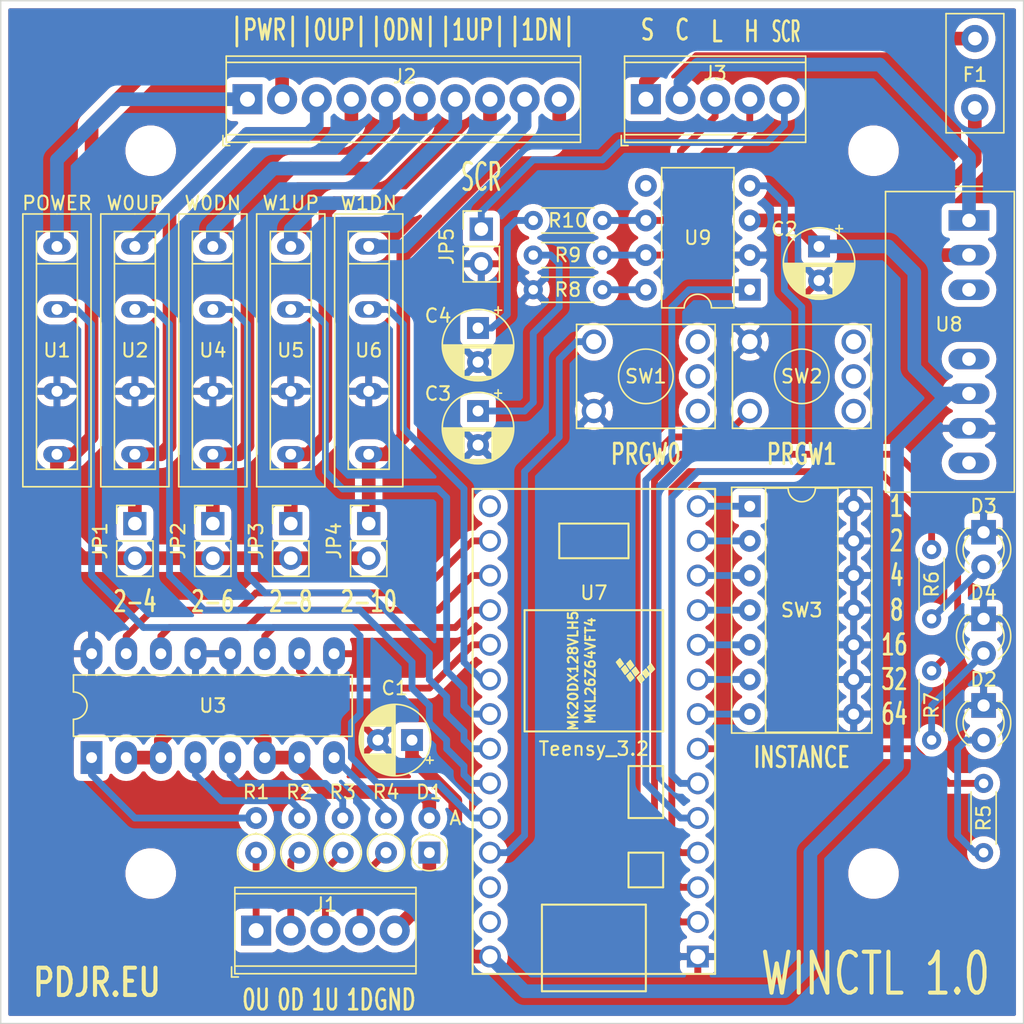
<source format=kicad_pcb>
(kicad_pcb (version 20171130) (host pcbnew 5.1.5-1.fc31)
  (title_block (title "WINCTL - windlass control interface module") (date 2020-09-15) (rev 1.0) (company PDJR))
  (layers (0 F.Cu signal hide) (31 B.Cu signal hide) (35 F.Paste user hide) (37 F.SilkS user) (38 B.Mask user) (39 F.Mask user) (44 Edge.Cuts user))
  (net 0 "")
  (net 1 GND)
  (net 2 "Net-(C1-Pad1)")
  (net 3 "Net-(C3-Pad1)")
  (net 4 "Net-(C4-Pad1)")
  (net 5 "Net-(D1-Pad2)")
  (net 6 "Net-(D1-Pad1)")
  (net 7 "Net-(F1-Pad2)")
  (net 8 "Net-(F1-Pad1)")
  (net 9 "Net-(J1-Pad4)")
  (net 10 "Net-(J1-Pad3)")
  (net 11 "Net-(J1-Pad2)")
  (net 12 "Net-(J1-Pad1)")
  (net 13 "Net-(J2-Pad10)")
  (net 14 "Net-(J2-Pad9)")
  (net 15 "Net-(J2-Pad8)")
  (net 16 "Net-(J2-Pad7)")
  (net 17 "Net-(J2-Pad6)")
  (net 18 "Net-(J2-Pad5)")
  (net 19 "Net-(J2-Pad4)")
  (net 20 "Net-(J2-Pad3)")
  (net 21 "Net-(J2-Pad2)")
  (net 22 "Net-(J2-Pad1)")
  (net 23 "Net-(J3-Pad4)")
  (net 24 "Net-(J3-Pad3)")
  (net 25 "Net-(SW3-Pad7)")
  (net 26 "Net-(SW3-Pad6)")
  (net 27 "Net-(SW3-Pad5)")
  (net 28 "Net-(SW3-Pad4)")
  (net 29 "Net-(SW3-Pad3)")
  (net 30 "Net-(SW3-Pad2)")
  (net 31 "Net-(SW3-Pad1)")
  (net 32 "Net-(U3-Pad15)")
  (net 33 "Net-(U3-Pad14)")
  (net 34 "Net-(U3-Pad11)")
  (net 35 "Net-(U3-Pad10)")
  (net 36 "Net-(U7-Pad5)")
  (net 37 "Net-(U7-Pad6)")
  (net 38 "Net-(R8-Pad2)")
  (net 39 "Net-(SW1-Pad2)")
  (net 40 "Net-(SW2-Pad1)")
  (net 41 "Net-(R5-Pad1)")
  (net 42 "Net-(R6-Pad1)")
  (net 43 "Net-(R7-Pad1)")
  (net 44 "Net-(U1-Pad3)")
  (net 45 "Net-(U2-Pad3)")
  (net 46 "Net-(U4-Pad3)")
  (net 47 "Net-(U5-Pad3)")
  (net 48 "Net-(U6-Pad3)")
  (net 49 "Net-(D2-Pad2)")
  (net 50 "Net-(D3-Pad2)")
  (net 51 "Net-(D4-Pad2)")
  (net 52 "Net-(R1-Pad2)")
  (net 53 "Net-(R2-Pad2)")
  (net 54 "Net-(R3-Pad2)")
  (net 55 "Net-(R4-Pad2)")
  (net 56 "Net-(J3-Pad2)")
  (net 57 "Net-(J3-Pad5)")
  (module Connector_PinHeader_2.54mm:PinHeader_1x02_P2.54mm_Vertical (layer F.Cu) (at 15.24 31.75)
    (fp_text reference JP5 (at -2.54 1.27 270) (layer F.SilkS))
    (fp_text value SCR (at 0 -3.81) (layer F.SilkS) (effects (font (size 2 1) (thickness 0.2))))
    (pad 2 thru_hole oval (at 0 2.54) (size 1.7 1.7) (drill 1) (layers *.Cu *.Mask) (net 1 GND))
    (pad 1 thru_hole rect (at 0 0) (size 1.7 1.7) (drill 1) (layers *.Cu *.Mask) (net 57 "Net-(J3-Pad5)"))
  )
  (module TerminalBlock_Phoenix:TerminalBlock_Phoenix_MPT-0,5-5-2.54_1x05_P2.54mm_Horizontal (layer F.Cu) (at 27.305 22.225)
    (fp_text reference J3 (at 5.08 -1.905) (layer F.SilkS))
    (fp_text value M12-5PIN hide)
    (pad 5 thru_hole circle (at 10.16 0) (size 2.2 2.2) (drill 1.1) (layers *.Cu *.Mask) (net 57 "Net-(J3-Pad5)"))
    (pad 4 thru_hole circle (at 7.62 0) (size 2.2 2.2) (drill 1.1) (layers *.Cu *.Mask) (net 23 "Net-(J3-Pad4)"))
    (pad 3 thru_hole circle (at 5.08 0) (size 2.2 2.2) (drill 1.1) (layers *.Cu *.Mask) (net 24 "Net-(J3-Pad3)"))
    (pad 2 thru_hole circle (at 2.54 0) (size 2.2 2.2) (drill 1.1) (layers *.Cu *.Mask) (net 56 "Net-(J3-Pad2)"))
    (pad 1 thru_hole rect (at 0 0) (size 2.2 2.2) (drill 1.1) (layers *.Cu *.Mask) (net 8 "Net-(F1-Pad1)"))
  )
  (module Connector_PinHeader_2.54mm:PinHeader_1x02_P2.54mm_Vertical (layer F.Cu) (at -10.16 53.34)
    (fp_text reference JP1 (at -2.54 1.27 90) (layer F.SilkS))
    (fp_text value 2-4 (at 0 5.715) (layer F.SilkS) (effects (font (size 1.5 1) (thickness 0.2))))
    (pad 2 thru_hole oval (at 0 2.54) (size 1.7 1.7) (drill 1) (layers *.Cu *.Mask) (net 21 "Net-(J2-Pad2)"))
    (pad 1 thru_hole rect (at 0 0) (size 1.7 1.7) (drill 1) (layers *.Cu *.Mask) (net 19 "Net-(J2-Pad4)"))
  )
  (module Connector_PinHeader_2.54mm:PinHeader_1x02_P2.54mm_Vertical (layer F.Cu) (at 1.27 53.34)
    (fp_text reference JP3 (at -2.54 1.27 90) (layer F.SilkS))
    (fp_text value 2-8 (at 0 5.715) (layer F.SilkS) (effects (font (size 1.5 1) (thickness 0.2))))
    (pad 2 thru_hole oval (at 0 2.54) (size 1.7 1.7) (drill 1) (layers *.Cu *.Mask) (net 21 "Net-(J2-Pad2)"))
    (pad 1 thru_hole rect (at 0 0) (size 1.7 1.7) (drill 1) (layers *.Cu *.Mask) (net 15 "Net-(J2-Pad8)"))
  )
  (module Connector_PinHeader_2.54mm:PinHeader_1x02_P2.54mm_Vertical (layer F.Cu) (at -4.445 53.34)
    (fp_text reference JP2 (at -2.54 1.27 90) (layer F.SilkS))
    (fp_text value 2-6 (at 0 5.715) (layer F.SilkS) (effects (font (size 1.5 1) (thickness 0.2))))
    (pad 2 thru_hole oval (at 0 2.54) (size 1.7 1.7) (drill 1) (layers *.Cu *.Mask) (net 21 "Net-(J2-Pad2)"))
    (pad 1 thru_hole rect (at 0 0) (size 1.7 1.7) (drill 1) (layers *.Cu *.Mask) (net 17 "Net-(J2-Pad6)"))
  )
  (module Connector_PinHeader_2.54mm:PinHeader_1x02_P2.54mm_Vertical (layer F.Cu) (at 6.985 53.34)
    (fp_text reference JP4 (at -2.54 1.27 90) (layer F.SilkS))
    (fp_text value 2-10 (at 0 5.715) (layer F.SilkS) (effects (font (size 1.5 1) (thickness 0.2))))
    (pad 2 thru_hole oval (at 0 2.54) (size 1.7 1.7) (drill 1) (layers *.Cu *.Mask) (net 21 "Net-(J2-Pad2)"))
    (pad 1 thru_hole rect (at 0 0) (size 1.7 1.7) (drill 1) (layers *.Cu *.Mask) (net 13 "Net-(J2-Pad10)"))
  )
  (module Resistor_THT:R_Axial_DIN0204_L3.6mm_D1.6mm_P5.08mm_Horizontal (layer F.Cu) (at 19.05 36.195)
    (fp_text reference R8 (at 2.54 0) (layer F.SilkS))
    (fp_text value 4K7 hide)
    (pad 2 thru_hole oval (at 5.08 0) (size 1.4 1.4) (drill 0.7) (layers *.Cu *.Mask) (net 38 "Net-(R8-Pad2)"))
    (pad 1 thru_hole circle (at 0 0) (size 1.4 1.4) (drill 0.7) (layers *.Cu *.Mask) (net 1 GND))
  )
  (module Package_DIP:DIP-14_W7.62mm_Socket (layer F.Cu) (at 34.925 52.07)
    (fp_text reference SW3 (at 3.81 7.62) (layer F.SilkS))
    (fp_text value INSTANCE (at 3.81 18.415) (layer F.SilkS) (effects (font (size 1.5 1) (thickness 0.2))))
    (fp_text user %R (at 3.81 7.62) (layer F.SilkS))
    (pad 14 thru_hole oval (at 7.62 0) (size 1.6 1.6) (drill 0.8) (layers *.Cu *.Mask) (net 1 GND))
    (pad 7 thru_hole oval (at 0 15.24) (size 1.6 1.6) (drill 0.8) (layers *.Cu *.Mask) (net 25 "Net-(SW3-Pad7)"))
    (pad 13 thru_hole oval (at 7.62 2.54) (size 1.6 1.6) (drill 0.8) (layers *.Cu *.Mask) (net 1 GND))
    (pad 6 thru_hole oval (at 0 12.7) (size 1.6 1.6) (drill 0.8) (layers *.Cu *.Mask) (net 26 "Net-(SW3-Pad6)"))
    (pad 12 thru_hole oval (at 7.62 5.08) (size 1.6 1.6) (drill 0.8) (layers *.Cu *.Mask) (net 1 GND))
    (pad 5 thru_hole oval (at 0 10.16) (size 1.6 1.6) (drill 0.8) (layers *.Cu *.Mask) (net 27 "Net-(SW3-Pad5)"))
    (pad 11 thru_hole oval (at 7.62 7.62) (size 1.6 1.6) (drill 0.8) (layers *.Cu *.Mask) (net 1 GND))
    (pad 4 thru_hole oval (at 0 7.62) (size 1.6 1.6) (drill 0.8) (layers *.Cu *.Mask) (net 28 "Net-(SW3-Pad4)"))
    (pad 10 thru_hole oval (at 7.62 10.16) (size 1.6 1.6) (drill 0.8) (layers *.Cu *.Mask) (net 1 GND))
    (pad 3 thru_hole oval (at 0 5.08) (size 1.6 1.6) (drill 0.8) (layers *.Cu *.Mask) (net 29 "Net-(SW3-Pad3)"))
    (pad 9 thru_hole oval (at 7.62 12.7) (size 1.6 1.6) (drill 0.8) (layers *.Cu *.Mask) (net 1 GND))
    (pad 2 thru_hole oval (at 0 2.54) (size 1.6 1.6) (drill 0.8) (layers *.Cu *.Mask) (net 30 "Net-(SW3-Pad2)"))
    (pad 8 thru_hole oval (at 7.62 15.24) (size 1.6 1.6) (drill 0.8) (layers *.Cu *.Mask) (net 1 GND))
    (pad 1 thru_hole rect (at 0 0) (size 1.6 1.6) (drill 0.8) (layers *.Cu *.Mask) (net 31 "Net-(SW3-Pad1)"))
  )
  (module Diode_THT:D_DO-35_SOD27_P2.54mm_Vertical_AnodeUp (layer F.Cu) (at 11.43 77.47 90)
    (fp_text reference D1 (at 4.445 0 180) (layer F.SilkS))
    (fp_text value 1N4007 hide)
    (fp_text user A (at 2.54 1.905 180) (layer F.SilkS))
    (pad 2 thru_hole oval (at 2.54 0 90) (size 1.6 1.6) (drill 0.8) (layers *.Cu *.Mask) (net 5 "Net-(D1-Pad2)"))
    (pad 1 thru_hole rect (at 0 0 90) (size 1.6 1.6) (drill 0.8) (layers *.Cu *.Mask) (net 6 "Net-(D1-Pad1)"))
  )
  (module pdjr:291-9669 (layer F.Cu) (at 6.985 40.64 270)
    (fp_text reference U6 (at 0 0 180) (layer F.SilkS))
    (fp_text value W1DN (at -10.795 0 180) (layer F.SilkS))
    (pad 7 thru_hole oval (at 7.62 0 270) (size 1.2 2) (drill 0.8) (layers *.Cu *.Mask) (net 13 "Net-(J2-Pad10)"))
    (pad 5 thru_hole oval (at 3 0 270) (size 1.2 2) (drill 0.8) (layers *.Cu *.Mask) (net 1 GND))
    (pad 3 thru_hole oval (at -3 0 270) (size 1.2 2) (drill 0.8) (layers *.Cu *.Mask) (net 48 "Net-(U6-Pad3)"))
    (pad 1 thru_hole oval (at -7.62 0 270) (size 1.2 2) (drill 0.8) (layers *.Cu *.Mask) (net 14 "Net-(J2-Pad9)"))
  )
  (module pdjr:291-9669 (layer F.Cu) (at 1.27 40.64 270)
    (fp_text reference U5 (at 0 0 180) (layer F.SilkS))
    (fp_text value W1UP (at -10.795 0 180) (layer F.SilkS))
    (pad 7 thru_hole oval (at 7.62 0 270) (size 1.2 2) (drill 0.8) (layers *.Cu *.Mask) (net 15 "Net-(J2-Pad8)"))
    (pad 5 thru_hole oval (at 3 0 270) (size 1.2 2) (drill 0.8) (layers *.Cu *.Mask) (net 1 GND))
    (pad 3 thru_hole oval (at -3 0 270) (size 1.2 2) (drill 0.8) (layers *.Cu *.Mask) (net 47 "Net-(U5-Pad3)"))
    (pad 1 thru_hole oval (at -7.62 0 270) (size 1.2 2) (drill 0.8) (layers *.Cu *.Mask) (net 16 "Net-(J2-Pad7)"))
  )
  (module pdjr:291-9669 (layer F.Cu) (at -4.445 40.64 270)
    (fp_text reference U4 (at 0 0 180) (layer F.SilkS))
    (fp_text value W0DN (at -10.795 0 180) (layer F.SilkS))
    (pad 7 thru_hole oval (at 7.62 0 270) (size 1.2 2) (drill 0.8) (layers *.Cu *.Mask) (net 17 "Net-(J2-Pad6)"))
    (pad 5 thru_hole oval (at 3 0 270) (size 1.2 2) (drill 0.8) (layers *.Cu *.Mask) (net 1 GND))
    (pad 3 thru_hole oval (at -3 0 270) (size 1.2 2) (drill 0.8) (layers *.Cu *.Mask) (net 46 "Net-(U4-Pad3)"))
    (pad 1 thru_hole oval (at -7.62 0 270) (size 1.2 2) (drill 0.8) (layers *.Cu *.Mask) (net 18 "Net-(J2-Pad5)"))
  )
  (module pdjr:291-9669 (layer F.Cu) (at -10.16 40.64 270)
    (fp_text reference U2 (at 0 0 180) (layer F.SilkS))
    (fp_text value W0UP (at -10.795 0 180) (layer F.SilkS))
    (pad 7 thru_hole oval (at 7.62 0 270) (size 1.2 2) (drill 0.8) (layers *.Cu *.Mask) (net 19 "Net-(J2-Pad4)"))
    (pad 5 thru_hole oval (at 3 0 270) (size 1.2 2) (drill 0.8) (layers *.Cu *.Mask) (net 1 GND))
    (pad 3 thru_hole oval (at -3 0 270) (size 1.2 2) (drill 0.8) (layers *.Cu *.Mask) (net 45 "Net-(U2-Pad3)"))
    (pad 1 thru_hole oval (at -7.62 0 270) (size 1.2 2) (drill 0.8) (layers *.Cu *.Mask) (net 20 "Net-(J2-Pad3)"))
  )
  (module pdjr:291-9669 (layer F.Cu) (at -15.875 40.64 270)
    (fp_text reference U1 (at 0 0 180) (layer F.SilkS))
    (fp_text value POWER (at -10.795 0 180) (layer F.SilkS))
    (pad 7 thru_hole oval (at 7.62 0 270) (size 1.2 2) (drill 0.8) (layers *.Cu *.Mask) (net 21 "Net-(J2-Pad2)"))
    (pad 5 thru_hole oval (at 3 0 270) (size 1.2 2) (drill 0.8) (layers *.Cu *.Mask) (net 1 GND))
    (pad 3 thru_hole oval (at -3 0 270) (size 1.2 2) (drill 0.8) (layers *.Cu *.Mask) (net 44 "Net-(U1-Pad3)"))
    (pad 1 thru_hole oval (at -7.62 0 270) (size 1.2 2) (drill 0.8) (layers *.Cu *.Mask) (net 22 "Net-(J2-Pad1)"))
  )
  (module pdjr:Teensy30_31_32_LC (layer F.Cu) (at 23.495 68.58 90)
    (fp_text reference U7 (at 10.16 0 180) (layer F.SilkS))
    (fp_text value Teensy_3.2 (at -1.27 0 180) (layer F.SilkS))
    (fp_text user MK20DX128VLH5 (at 4.445 -1.524 90) (layer F.SilkS) (effects (font (size 0.7 0.7))))
    (fp_text user MKL26Z64VFT4 (at 4.445 -0.254 90) (layer F.SilkS) (effects (font (size 0.7 0.7))))
    (pad 1 thru_hole rect (at -16.51 7.62 90) (size 1.6 1.6) (drill 1.1) (layers *.Cu *.Mask) (net 1 GND))
    (pad 2 thru_hole circle (at -13.97 7.62 90) (size 1.6 1.6) (drill 1.1) (layers *.Cu *.Mask) (net 40 "Net-(SW2-Pad1)"))
    (pad 3 thru_hole circle (at -11.43 7.62 90) (size 1.6 1.6) (drill 1.1) (layers *.Cu *.Mask) (net 43 "Net-(R7-Pad1)"))
    (pad 4 thru_hole circle (at -8.89 7.62 90) (size 1.6 1.6) (drill 1.1) (layers *.Cu *.Mask) (net 42 "Net-(R6-Pad1)"))
    (pad 5 thru_hole circle (at -6.35 7.62 90) (size 1.6 1.6) (drill 1.1) (layers *.Cu *.Mask) (net 36 "Net-(U7-Pad5)"))
    (pad 6 thru_hole circle (at -3.81 7.62 90) (size 1.6 1.6) (drill 1.1) (layers *.Cu *.Mask) (net 37 "Net-(U7-Pad6)"))
    (pad 7 thru_hole circle (at -1.27 7.62 90) (size 1.6 1.6) (drill 1.1) (layers *.Cu *.Mask) (net 41 "Net-(R5-Pad1)"))
    (pad 8 thru_hole circle (at 1.27 7.62 90) (size 1.6 1.6) (drill 1.1) (layers *.Cu *.Mask) (net 25 "Net-(SW3-Pad7)"))
    (pad 9 thru_hole circle (at 3.81 7.62 90) (size 1.6 1.6) (drill 1.1) (layers *.Cu *.Mask) (net 26 "Net-(SW3-Pad6)"))
    (pad 10 thru_hole circle (at 6.35 7.62 90) (size 1.6 1.6) (drill 1.1) (layers *.Cu *.Mask) (net 27 "Net-(SW3-Pad5)"))
    (pad 11 thru_hole circle (at 8.89 7.62 90) (size 1.6 1.6) (drill 1.1) (layers *.Cu *.Mask) (net 28 "Net-(SW3-Pad4)"))
    (pad 12 thru_hole circle (at 11.43 7.62 90) (size 1.6 1.6) (drill 1.1) (layers *.Cu *.Mask) (net 29 "Net-(SW3-Pad3)"))
    (pad 13 thru_hole circle (at 13.97 7.62 90) (size 1.6 1.6) (drill 1.1) (layers *.Cu *.Mask) (net 30 "Net-(SW3-Pad2)"))
    (pad 28 thru_hole circle (at -16.51 -7.62 90) (size 1.6 1.6) (drill 1.1) (layers *.Cu *.Mask) (net 2 "Net-(C1-Pad1)"))
    (pad 27 thru_hole circle (at -13.97 -7.62 90) (size 1.6 1.6) (drill 1.1) (layers *.Cu *.Mask))
    (pad 26 thru_hole circle (at -11.43 -7.62 90) (size 1.6 1.6) (drill 1.1) (layers *.Cu *.Mask))
    (pad 25 thru_hole circle (at -8.89 -7.62 90) (size 1.6 1.6) (drill 1.1) (layers *.Cu *.Mask) (net 39 "Net-(SW1-Pad2)"))
    (pad 24 thru_hole circle (at -6.35 -7.62 90) (size 1.6 1.6) (drill 1.1) (layers *.Cu *.Mask) (net 44 "Net-(U1-Pad3)"))
    (pad 23 thru_hole circle (at -3.81 -7.62 90) (size 1.6 1.6) (drill 1.1) (layers *.Cu *.Mask) (net 45 "Net-(U2-Pad3)"))
    (pad 22 thru_hole circle (at -1.27 -7.62 90) (size 1.6 1.6) (drill 1.1) (layers *.Cu *.Mask) (net 46 "Net-(U4-Pad3)"))
    (pad 21 thru_hole circle (at 1.27 -7.62 90) (size 1.6 1.6) (drill 1.1) (layers *.Cu *.Mask) (net 47 "Net-(U5-Pad3)"))
    (pad 20 thru_hole circle (at 3.81 -7.62 90) (size 1.6 1.6) (drill 1.1) (layers *.Cu *.Mask) (net 48 "Net-(U6-Pad3)"))
    (pad 19 thru_hole circle (at 6.35 -7.62 90) (size 1.6 1.6) (drill 1.1) (layers *.Cu *.Mask) (net 35 "Net-(U3-Pad10)"))
    (pad 18 thru_hole circle (at 8.89 -7.62 90) (size 1.6 1.6) (drill 1.1) (layers *.Cu *.Mask) (net 34 "Net-(U3-Pad11)"))
    (pad 17 thru_hole circle (at 11.43 -7.62 90) (size 1.6 1.6) (drill 1.1) (layers *.Cu *.Mask) (net 33 "Net-(U3-Pad14)"))
    (pad 16 thru_hole circle (at 13.97 -7.62 90) (size 1.6 1.6) (drill 1.1) (layers *.Cu *.Mask) (net 32 "Net-(U3-Pad15)"))
    (pad 14 thru_hole circle (at 16.51 7.62 90) (size 1.6 1.6) (drill 1.1) (layers *.Cu *.Mask) (net 31 "Net-(SW3-Pad1)"))
    (pad 15 thru_hole circle (at 16.51 -7.62 90) (size 1.6 1.6) (drill 1.1) (layers *.Cu *.Mask))
  )
  (module Converter_DCDC:Converter_DCDC_TRACO_TMR-xxxx_THT (layer F.Cu) (at 51 31.115 270)
    (fp_text reference U8 (at 7.62 1.47 180) (layer F.SilkS))
    (fp_text value TEC2-2411WI hide)
    (pad 8 thru_hole oval (at 17.78 0 270) (size 1.5 3) (drill 1) (layers *.Cu *.Mask))
    (pad 7 thru_hole oval (at 15.24 0 270) (size 1.5 3) (drill 1) (layers *.Cu *.Mask) (net 1 GND))
    (pad 3 thru_hole oval (at 5.08 0 270) (size 1.5 3) (drill 1) (layers *.Cu *.Mask))
    (pad 6 thru_hole oval (at 12.7 0 270) (size 1.5 3) (drill 1) (layers *.Cu *.Mask) (net 2 "Net-(C1-Pad1)"))
    (pad 5 thru_hole oval (at 10.16 0 270) (size 1.5 3) (drill 1) (layers *.Cu *.Mask))
    (pad 2 thru_hole oval (at 2.54 0 270) (size 1.5 3) (drill 1) (layers *.Cu *.Mask) (net 7 "Net-(F1-Pad2)"))
    (pad 1 thru_hole rect (at 0 0 270) (size 1.5 3) (drill 1) (layers *.Cu *.Mask) (net 56 "Net-(J3-Pad2)"))
  )
  (module Resistor_THT:R_Axial_DIN0204_L3.6mm_D1.6mm_P5.08mm_Horizontal (layer F.Cu) (at 48.26 64.135 270)
    (fp_text reference R7 (at 2.54 0 90) (layer F.SilkS))
    (fp_text value 270R hide)
    (pad 2 thru_hole oval (at 5.08 0 270) (size 1.4 1.4) (drill 0.7) (layers *.Cu *.Mask) (net 51 "Net-(D4-Pad2)"))
    (pad 1 thru_hole circle (at 0 0 270) (size 1.4 1.4) (drill 0.7) (layers *.Cu *.Mask) (net 43 "Net-(R7-Pad1)"))
  )
  (module Resistor_THT:R_Axial_DIN0204_L3.6mm_D1.6mm_P5.08mm_Horizontal (layer F.Cu) (at 48.26 55.245 270)
    (fp_text reference R6 (at 2.54 0 90) (layer F.SilkS))
    (fp_text value 270R hide)
    (pad 2 thru_hole oval (at 5.08 0 270) (size 1.4 1.4) (drill 0.7) (layers *.Cu *.Mask) (net 50 "Net-(D3-Pad2)"))
    (pad 1 thru_hole circle (at 0 0 270) (size 1.4 1.4) (drill 0.7) (layers *.Cu *.Mask) (net 42 "Net-(R6-Pad1)"))
  )
  (module LED_THT:LED_D3.0mm (layer F.Cu) (at 52.07 60.325 270)
    (fp_text reference D4 (at -1.905 0 180) (layer F.SilkS))
    (fp_text value DN hide)
    (pad 2 thru_hole circle (at 2.54 0 270) (size 1.8 1.8) (drill 0.9) (layers *.Cu *.Mask) (net 51 "Net-(D4-Pad2)"))
    (pad 1 thru_hole rect (at 0 0 270) (size 1.8 1.8) (drill 0.9) (layers *.Cu *.Mask) (net 1 GND))
  )
  (module LED_THT:LED_D3.0mm (layer F.Cu) (at 52.07 53.975 270)
    (fp_text reference D3 (at -1.905 0 180) (layer F.SilkS))
    (fp_text value UP hide)
    (pad 2 thru_hole circle (at 2.54 0 270) (size 1.8 1.8) (drill 0.9) (layers *.Cu *.Mask) (net 50 "Net-(D3-Pad2)"))
    (pad 1 thru_hole rect (at 0 0 270) (size 1.8 1.8) (drill 0.9) (layers *.Cu *.Mask) (net 1 GND))
  )
  (module Resistor_THT:R_Axial_DIN0204_L3.6mm_D1.6mm_P5.08mm_Horizontal (layer F.Cu) (at 52.07 72.39 270)
    (fp_text reference R5 (at 2.54 0 90) (layer F.SilkS))
    (fp_text value 270R hide)
    (pad 2 thru_hole oval (at 5.08 0 270) (size 1.4 1.4) (drill 0.7) (layers *.Cu *.Mask) (net 49 "Net-(D2-Pad2)"))
    (pad 1 thru_hole circle (at 0 0 270) (size 1.4 1.4) (drill 0.7) (layers *.Cu *.Mask) (net 41 "Net-(R5-Pad1)"))
  )
  (module LED_THT:LED_D3.0mm (layer F.Cu) (at 52.07 66.675 270)
    (fp_text reference D2 (at -1.905 0 180) (layer F.SilkS))
    (fp_text value PWR hide)
    (pad 2 thru_hole circle (at 2.54 0 270) (size 1.8 1.8) (drill 0.9) (layers *.Cu *.Mask) (net 49 "Net-(D2-Pad2)"))
    (pad 1 thru_hole rect (at 0 0 270) (size 1.8 1.8) (drill 0.9) (layers *.Cu *.Mask) (net 1 GND))
  )
  (module TerminalBlock_Phoenix:TerminalBlock_Phoenix_MPT-0,5-10-2.54_1x10_P2.54mm_Horizontal (layer F.Cu) (at -1.905 22.225)
    (fp_text reference J2 (at 11.525 -1.68) (layer F.SilkS))
    (fp_text value "RELAY OUTPUTS" hide)
    (pad 10 thru_hole circle (at 22.86 0) (size 2.2 2.2) (drill 1.1) (layers *.Cu *.Mask) (net 13 "Net-(J2-Pad10)"))
    (pad 9 thru_hole circle (at 20.32 0) (size 2.2 2.2) (drill 1.1) (layers *.Cu *.Mask) (net 14 "Net-(J2-Pad9)"))
    (pad 8 thru_hole circle (at 17.78 0) (size 2.2 2.2) (drill 1.1) (layers *.Cu *.Mask) (net 15 "Net-(J2-Pad8)"))
    (pad 7 thru_hole circle (at 15.24 0) (size 2.2 2.2) (drill 1.1) (layers *.Cu *.Mask) (net 16 "Net-(J2-Pad7)"))
    (pad 6 thru_hole circle (at 12.7 0) (size 2.2 2.2) (drill 1.1) (layers *.Cu *.Mask) (net 17 "Net-(J2-Pad6)"))
    (pad 5 thru_hole circle (at 10.16 0) (size 2.2 2.2) (drill 1.1) (layers *.Cu *.Mask) (net 18 "Net-(J2-Pad5)"))
    (pad 4 thru_hole circle (at 7.62 0) (size 2.2 2.2) (drill 1.1) (layers *.Cu *.Mask) (net 19 "Net-(J2-Pad4)"))
    (pad 3 thru_hole circle (at 5.08 0) (size 2.2 2.2) (drill 1.1) (layers *.Cu *.Mask) (net 20 "Net-(J2-Pad3)"))
    (pad 2 thru_hole circle (at 2.54 0) (size 2.2 2.2) (drill 1.1) (layers *.Cu *.Mask) (net 21 "Net-(J2-Pad2)"))
    (pad 1 thru_hole rect (at 0 0) (size 2.2 2.2) (drill 1.1) (layers *.Cu *.Mask) (net 22 "Net-(J2-Pad1)"))
  )
  (module MountingHole:MountingHole_2.7mm_M2.5 (layer F.Cu) (at 44 79)
    (fp_text reference REF** hide)
    (fp_text value MountingHole_2.7mm_M2.5 hide)
    (pad 1 np_thru_hole circle (at 0 0) (size 2.7 2.7) (drill 2.7) (layers *.Cu *.Mask))
  )
  (module MountingHole:MountingHole_2.7mm_M2.5 (layer F.Cu) (at -9 79)
    (fp_text reference REF** hide)
    (fp_text value MountingHole_2.7mm_M2.5 hide)
    (pad 1 np_thru_hole circle (at 0 0) (size 2.7 2.7) (drill 2.7) (layers *.Cu *.Mask))
  )
  (module MountingHole:MountingHole_2.7mm_M2.5 (layer F.Cu) (at 44 26)
    (fp_text reference REF** hide)
    (fp_text value MountingHole_2.7mm_M2.5 hide)
    (pad 1 np_thru_hole circle (at 0 0) (size 2.7 2.7) (drill 2.7) (layers *.Cu *.Mask))
  )
  (module MountingHole:MountingHole_2.7mm_M2.5 (layer F.Cu) (at -9 26)
    (fp_text reference REF** hide)
    (fp_text value MountingHole_2.7mm_M2.5 hide)
    (pad 1 np_thru_hole circle (at 0 0) (size 2.7 2.7) (drill 2.7) (layers *.Cu *.Mask))
  )
  (module Package_DIP:DIP-8_W7.62mm (layer F.Cu) (at 34.925 36.195 180)
    (fp_text reference U9 (at 3.81 3.81) (layer F.SilkS))
    (fp_text value MCP2551-I-P hide)
    (pad 8 thru_hole oval (at 7.62 0 180) (size 1.6 1.6) (drill 0.8) (layers *.Cu *.Mask) (net 38 "Net-(R8-Pad2)"))
    (pad 4 thru_hole oval (at 0 7.62 180) (size 1.6 1.6) (drill 0.8) (layers *.Cu *.Mask) (net 37 "Net-(U7-Pad6)"))
    (pad 7 thru_hole oval (at 7.62 2.54 180) (size 1.6 1.6) (drill 0.8) (layers *.Cu *.Mask) (net 23 "Net-(J3-Pad4)"))
    (pad 3 thru_hole oval (at 0 5.08 180) (size 1.6 1.6) (drill 0.8) (layers *.Cu *.Mask) (net 2 "Net-(C1-Pad1)"))
    (pad 6 thru_hole oval (at 7.62 5.08 180) (size 1.6 1.6) (drill 0.8) (layers *.Cu *.Mask) (net 24 "Net-(J3-Pad3)"))
    (pad 2 thru_hole oval (at 0 2.54 180) (size 1.6 1.6) (drill 0.8) (layers *.Cu *.Mask) (net 1 GND))
    (pad 5 thru_hole oval (at 7.62 7.62 180) (size 1.6 1.6) (drill 0.8) (layers *.Cu *.Mask))
    (pad 1 thru_hole rect (at 0 0 180) (size 1.6 1.6) (drill 0.8) (layers *.Cu *.Mask) (net 36 "Net-(U7-Pad5)"))
  )
  (module Package_DIP:DIP-16_W7.62mm_LongPads (layer F.Cu) (at -13.335 70.5 90)
    (fp_text reference U3 (at 3.81 8.89 180) (layer F.SilkS))
    (fp_text value CNY74-4H hide)
    (pad 16 thru_hole oval (at 7.62 0 90) (size 2.4 1.6) (drill 0.8) (layers *.Cu *.Mask) (net 1 GND))
    (pad 8 thru_hole oval (at 0 17.78 90) (size 2.4 1.6) (drill 0.8) (layers *.Cu *.Mask) (net 55 "Net-(R4-Pad2)"))
    (pad 15 thru_hole oval (at 7.62 2.54 90) (size 2.4 1.6) (drill 0.8) (layers *.Cu *.Mask) (net 32 "Net-(U3-Pad15)"))
    (pad 7 thru_hole oval (at 0 15.24 90) (size 2.4 1.6) (drill 0.8) (layers *.Cu *.Mask) (net 5 "Net-(D1-Pad2)"))
    (pad 14 thru_hole oval (at 7.62 5.08 90) (size 2.4 1.6) (drill 0.8) (layers *.Cu *.Mask) (net 33 "Net-(U3-Pad14)"))
    (pad 6 thru_hole oval (at 0 12.7 90) (size 2.4 1.6) (drill 0.8) (layers *.Cu *.Mask) (net 5 "Net-(D1-Pad2)"))
    (pad 13 thru_hole oval (at 7.62 7.62 90) (size 2.4 1.6) (drill 0.8) (layers *.Cu *.Mask) (net 1 GND))
    (pad 5 thru_hole oval (at 0 10.16 90) (size 2.4 1.6) (drill 0.8) (layers *.Cu *.Mask) (net 54 "Net-(R3-Pad2)"))
    (pad 12 thru_hole oval (at 7.62 10.16 90) (size 2.4 1.6) (drill 0.8) (layers *.Cu *.Mask) (net 1 GND))
    (pad 4 thru_hole oval (at 0 7.62 90) (size 2.4 1.6) (drill 0.8) (layers *.Cu *.Mask) (net 53 "Net-(R2-Pad2)"))
    (pad 11 thru_hole oval (at 7.62 12.7 90) (size 2.4 1.6) (drill 0.8) (layers *.Cu *.Mask) (net 34 "Net-(U3-Pad11)"))
    (pad 3 thru_hole oval (at 0 5.08 90) (size 2.4 1.6) (drill 0.8) (layers *.Cu *.Mask) (net 5 "Net-(D1-Pad2)"))
    (pad 10 thru_hole oval (at 7.62 15.24 90) (size 2.4 1.6) (drill 0.8) (layers *.Cu *.Mask) (net 35 "Net-(U3-Pad10)"))
    (pad 2 thru_hole oval (at 0 2.54 90) (size 2.4 1.6) (drill 0.8) (layers *.Cu *.Mask) (net 5 "Net-(D1-Pad2)"))
    (pad 9 thru_hole oval (at 7.62 17.78 90) (size 2.4 1.6) (drill 0.8) (layers *.Cu *.Mask) (net 1 GND))
    (pad 1 thru_hole rect (at 0 0 90) (size 2.4 1.6) (drill 0.8) (layers *.Cu *.Mask) (net 52 "Net-(R1-Pad2)"))
  )
  (module Button_Switch_THT:KSA_Tactile_SPST (layer F.Cu) (at 34.925 45.085 90)
    (fp_text reference SW2 (at 2.54 3.81 180) (layer F.SilkS))
    (fp_text value PRGW1 (at -3.175 3.81 180) (layer F.SilkS) (effects (font (size 1.5 1) (thickness 0.2))))
    (pad 5 thru_hole circle (at 0 7.62 90) (size 1.778 1.778) (drill 1.143) (layers *.Cu *.Mask))
    (pad 4 thru_hole circle (at 2.54 7.62 90) (size 1.778 1.778) (drill 1.143) (layers *.Cu *.Mask))
    (pad 3 thru_hole circle (at 5.08 7.62 90) (size 1.778 1.778) (drill 1.143) (layers *.Cu *.Mask))
    (pad 2 thru_hole circle (at 5.08 0 90) (size 1.778 1.778) (drill 1.143) (layers *.Cu *.Mask) (net 1 GND))
    (pad 1 thru_hole circle (at 0 0 90) (size 1.778 1.778) (drill 1.143) (layers *.Cu *.Mask) (net 40 "Net-(SW2-Pad1)"))
  )
  (module Button_Switch_THT:KSA_Tactile_SPST (layer F.Cu) (at 23.495 45.085 90)
    (fp_text reference SW1 (at 2.54 3.81 180) (layer F.SilkS))
    (fp_text value PRGW0 (at -3.175 3.81 180) (layer F.SilkS) (effects (font (size 1.5 1) (thickness 0.2))))
    (pad 5 thru_hole circle (at 0 7.62 90) (size 1.778 1.778) (drill 1.143) (layers *.Cu *.Mask))
    (pad 4 thru_hole circle (at 2.54 7.62 90) (size 1.778 1.778) (drill 1.143) (layers *.Cu *.Mask))
    (pad 3 thru_hole circle (at 5.08 7.62 90) (size 1.778 1.778) (drill 1.143) (layers *.Cu *.Mask))
    (pad 2 thru_hole circle (at 5.08 0 90) (size 1.778 1.778) (drill 1.143) (layers *.Cu *.Mask) (net 39 "Net-(SW1-Pad2)"))
    (pad 1 thru_hole circle (at 0 0 90) (size 1.778 1.778) (drill 1.143) (layers *.Cu *.Mask) (net 1 GND))
  )
  (module Resistor_THT:R_Axial_DIN0204_L3.6mm_D1.6mm_P5.08mm_Horizontal (layer F.Cu) (at 19.05 31.115)
    (fp_text reference R10 (at 2.54 0) (layer F.SilkS))
    (fp_text value 100R hide)
    (pad 2 thru_hole oval (at 5.08 0) (size 1.4 1.4) (drill 0.7) (layers *.Cu *.Mask) (net 24 "Net-(J3-Pad3)"))
    (pad 1 thru_hole circle (at 0 0) (size 1.4 1.4) (drill 0.7) (layers *.Cu *.Mask) (net 4 "Net-(C4-Pad1)"))
  )
  (module Resistor_THT:R_Axial_DIN0204_L3.6mm_D1.6mm_P5.08mm_Horizontal (layer F.Cu) (at 24.13 33.655 180)
    (fp_text reference R9 (at 2.54 0) (layer F.SilkS))
    (fp_text value 100R hide)
    (pad 2 thru_hole oval (at 5.08 0 180) (size 1.4 1.4) (drill 0.7) (layers *.Cu *.Mask) (net 3 "Net-(C3-Pad1)"))
    (pad 1 thru_hole circle (at 0 0 180) (size 1.4 1.4) (drill 0.7) (layers *.Cu *.Mask) (net 23 "Net-(J3-Pad4)"))
  )
  (module Resistor_THT:R_Axial_DIN0207_L6.3mm_D2.5mm_P2.54mm_Vertical (layer F.Cu) (at 8.255 77.47 90)
    (fp_text reference R4 (at 4.445 0 180) (layer F.SilkS))
    (fp_text value 1K4 hide)
    (pad 2 thru_hole oval (at 2.54 0 90) (size 1.6 1.6) (drill 0.8) (layers *.Cu *.Mask) (net 55 "Net-(R4-Pad2)"))
    (pad 1 thru_hole circle (at 0 0 90) (size 1.6 1.6) (drill 0.8) (layers *.Cu *.Mask) (net 9 "Net-(J1-Pad4)"))
  )
  (module Resistor_THT:R_Axial_DIN0207_L6.3mm_D2.5mm_P2.54mm_Vertical (layer F.Cu) (at 5.08 77.47 90)
    (fp_text reference R3 (at 4.445 0 180) (layer F.SilkS))
    (fp_text value 1K4 hide)
    (pad 2 thru_hole oval (at 2.54 0 90) (size 1.6 1.6) (drill 0.8) (layers *.Cu *.Mask) (net 54 "Net-(R3-Pad2)"))
    (pad 1 thru_hole circle (at 0 0 90) (size 1.6 1.6) (drill 0.8) (layers *.Cu *.Mask) (net 10 "Net-(J1-Pad3)"))
  )
  (module Resistor_THT:R_Axial_DIN0207_L6.3mm_D2.5mm_P2.54mm_Vertical (layer F.Cu) (at 1.905 77.47 90)
    (fp_text reference R2 (at 4.445 0 180) (layer F.SilkS))
    (fp_text value 1K4 hide)
    (pad 2 thru_hole oval (at 2.54 0 90) (size 1.6 1.6) (drill 0.8) (layers *.Cu *.Mask) (net 53 "Net-(R2-Pad2)"))
    (pad 1 thru_hole circle (at 0 0 90) (size 1.6 1.6) (drill 0.8) (layers *.Cu *.Mask) (net 11 "Net-(J1-Pad2)"))
  )
  (module Resistor_THT:R_Axial_DIN0207_L6.3mm_D2.5mm_P2.54mm_Vertical (layer F.Cu) (at -1.27 77.47 90)
    (fp_text reference R1 (at 4.445 0 180) (layer F.SilkS))
    (fp_text value 1K4 hide)
    (pad 2 thru_hole oval (at 2.54 0 90) (size 1.6 1.6) (drill 0.8) (layers *.Cu *.Mask) (net 52 "Net-(R1-Pad2)"))
    (pad 1 thru_hole circle (at 0 0 90) (size 1.6 1.6) (drill 0.8) (layers *.Cu *.Mask) (net 12 "Net-(J1-Pad1)"))
  )
  (module TerminalBlock_Phoenix:TerminalBlock_Phoenix_MPT-0,5-5-2.54_1x05_P2.54mm_Horizontal (layer F.Cu) (at -1.27 83.185)
    (fp_text reference J1 (at 5.08 -1.905) (layer F.SilkS))
    (fp_text value "SWITCH INPUTS" hide)
    (pad 5 thru_hole circle (at 10.16 0) (size 2.2 2.2) (drill 1.1) (layers *.Cu *.Mask) (net 6 "Net-(D1-Pad1)"))
    (pad 4 thru_hole circle (at 7.62 0) (size 2.2 2.2) (drill 1.1) (layers *.Cu *.Mask) (net 9 "Net-(J1-Pad4)"))
    (pad 3 thru_hole circle (at 5.08 0) (size 2.2 2.2) (drill 1.1) (layers *.Cu *.Mask) (net 10 "Net-(J1-Pad3)"))
    (pad 2 thru_hole circle (at 2.54 0) (size 2.2 2.2) (drill 1.1) (layers *.Cu *.Mask) (net 11 "Net-(J1-Pad2)"))
    (pad 1 thru_hole rect (at 0 0) (size 2.2 2.2) (drill 1.1) (layers *.Cu *.Mask) (net 12 "Net-(J1-Pad1)"))
  )
  (module Fuse:Fuse_Littelfuse_395Series (layer F.Cu) (at 51.435 17.78 270)
    (fp_text reference F1 (at 2.65 0 180) (layer F.SilkS))
    (fp_text value 1A hide)
    (pad 2 thru_hole circle (at 5.08 0.01 270) (size 2 2) (drill 1) (layers *.Cu *.Mask) (net 7 "Net-(F1-Pad2)"))
    (pad 1 thru_hole circle (at 0 0 270) (size 2 2) (drill 1) (layers *.Cu *.Mask) (net 8 "Net-(F1-Pad1)"))
  )
  (module Capacitor_THT:CP_Radial_D5.0mm_P2.50mm (layer F.Cu) (at 15 39 270)
    (fp_text reference C4 (at -0.9 2.935 180) (layer F.SilkS))
    (fp_text value 560pF hide)
    (pad 2 thru_hole circle (at 2.5 0 270) (size 1.6 1.6) (drill 0.8) (layers *.Cu *.Mask) (net 1 GND))
    (pad 1 thru_hole rect (at 0 0 270) (size 1.6 1.6) (drill 0.8) (layers *.Cu *.Mask) (net 4 "Net-(C4-Pad1)"))
  )
  (module Capacitor_THT:CP_Radial_D5.0mm_P2.50mm (layer F.Cu) (at 15 45.085 270)
    (fp_text reference C3 (at -1.27 2.935 180) (layer F.SilkS))
    (fp_text value 560pF hide)
    (pad 2 thru_hole circle (at 2.5 0 270) (size 1.6 1.6) (drill 0.8) (layers *.Cu *.Mask) (net 1 GND))
    (pad 1 thru_hole rect (at 0 0 270) (size 1.6 1.6) (drill 0.8) (layers *.Cu *.Mask) (net 3 "Net-(C3-Pad1)"))
  )
  (module Capacitor_THT:CP_Radial_D5.0mm_P2.50mm (layer F.Cu) (at 40.005 33.02 270)
    (fp_text reference C2 (at -1.27 2.54 180) (layer F.SilkS))
    (fp_text value 100nF hide)
    (pad 2 thru_hole circle (at 2.5 0 270) (size 1.6 1.6) (drill 0.8) (layers *.Cu *.Mask) (net 1 GND))
    (pad 1 thru_hole rect (at 0 0 270) (size 1.6 1.6) (drill 0.8) (layers *.Cu *.Mask) (net 2 "Net-(C1-Pad1)"))
  )
  (module Capacitor_THT:CP_Radial_D5.0mm_P2.50mm (layer F.Cu) (at 10.16 69.215 180)
    (fp_text reference C1 (at 1.27 3.81) (layer F.SilkS))
    (fp_text value 100nF hide)
    (pad 2 thru_hole circle (at 2.5 0 180) (size 1.6 1.6) (drill 0.8) (layers *.Cu *.Mask) (net 1 GND))
    (pad 1 thru_hole rect (at 0 0 180) (size 1.6 1.6) (drill 0.8) (layers *.Cu *.Mask) (net 2 "Net-(C1-Pad1)"))
  )
  (gr_text SCR (at 37.592 17.272) (layer F.SilkS) (effects (font (size 1.5 0.7) (thickness 0.175))))
  (gr_text PDJR.EU (at -17.78 86.995) (layer F.SilkS) (effects (font (size 2 1.5) (thickness 0.3)) (justify left)))
  (gr_text "WINCTL 1.0" (at 35.56 86.36) (layer F.SilkS) (effects (font (size 3 2) (thickness 0.3)) (justify left)))
  (gr_text 1D (at 6.35 88.265) (layer F.SilkS) (effects (font (size 1.5 1) (thickness 0.2))))
  (gr_text 1U (at 3.81 88.265) (layer F.SilkS) (effects (font (size 1.5 1) (thickness 0.2))))
  (gr_text 0D (at 1.27 88.265) (layer F.SilkS) (effects (font (size 1.5 1) (thickness 0.2))))
  (gr_text 0U (at -1.27 88.265) (layer F.SilkS) (effects (font (size 1.5 1) (thickness 0.2))))
  (gr_text GND (at 8.89 88.265) (layer F.SilkS) (effects (font (size 1.5 1) (thickness 0.2))))
  (gr_text 64 (at 44.45 67.31) (layer F.SilkS) (effects (font (size 1.5 1) (thickness 0.2)) (justify left)))
  (gr_text 32 (at 44.45 64.77) (layer F.SilkS) (effects (font (size 1.5 1) (thickness 0.2)) (justify left)))
  (gr_text 16 (at 44.45 62.23) (layer F.SilkS) (effects (font (size 1.5 1) (thickness 0.2)) (justify left)))
  (gr_text 8 (at 45.085 59.69) (layer F.SilkS) (effects (font (size 1.5 1) (thickness 0.2)) (justify left)))
  (gr_text 4 (at 45.085 57.15) (layer F.SilkS) (effects (font (size 1.5 1) (thickness 0.2)) (justify left)))
  (gr_text 2 (at 45.085 54.61) (layer F.SilkS) (effects (font (size 1.5 1) (thickness 0.2)) (justify left)))
  (gr_text 1 (at 45.085 52.07) (layer F.SilkS) (effects (font (size 1.5 1) (thickness 0.2)) (justify left)))
  (gr_text L (at 32.512 17.272) (layer F.SilkS) (effects (font (size 1.5 1) (thickness 0.2))))
  (gr_text H (at 35.052 17.272) (layer F.SilkS) (effects (font (size 1.5 1) (thickness 0.2))))
  (gr_text C (at 29.972 17.145) (layer F.SilkS) (effects (font (size 1.5 1) (thickness 0.2))))
  (gr_text S (at 27.432 17.145) (layer F.SilkS) (effects (font (size 1.5 1) (thickness 0.2))))
  (gr_text |1DN| (at 19.685 17.145) (layer F.SilkS) (effects (font (size 1.5 1) (thickness 0.2))))
  (gr_text |1UP| (at 14.605 17.145) (layer F.SilkS) (effects (font (size 1.5 1) (thickness 0.2))))
  (gr_text |0DN| (at 9.525 17.145) (layer F.SilkS) (effects (font (size 1.5 1) (thickness 0.2))))
  (gr_text |0UP| (at 4.445 17.145) (layer F.SilkS) (effects (font (size 1.5 1) (thickness 0.2))))
  (gr_text |PWR| (at -0.635 17.145) (layer F.SilkS) (effects (font (size 1.5 1) (thickness 0.2))))
  (gr_line (start -20 15) (end -20 90) (layer Edge.Cuts) (width 0.1))
  (gr_line (start 55 15) (end -20 15) (layer Edge.Cuts) (width 0.1))
  (gr_line (start 55 90) (end 55 15) (layer Edge.Cuts) (width 0.1))
  (gr_line (start -20 90) (end 55 90) (layer Edge.Cuts) (width 0.1))
  (segment (start 50.165 43.815) (end 48.895 43.815) (width 1) (layer B.Cu) (net 2))
  (segment (start 48.895 43.815) (end 46.99 41.91) (width 1) (layer B.Cu) (net 2))
  (segment (start 46.99 41.91) (end 46.99 34.925) (width 1) (layer B.Cu) (net 2))
  (segment (start 45.085 33.02) (end 40.005 33.02) (width 1) (layer B.Cu) (net 2))
  (segment (start 46.99 34.925) (end 45.085 33.02) (width 1) (layer B.Cu) (net 2))
  (segment (start 48.895 43.815) (end 51 43.815) (width 1) (layer B.Cu) (net 2))
  (segment (start 38.1 31.115) (end 40.005 33.02) (width 1) (layer F.Cu) (net 2))
  (segment (start 34.925 31.115) (end 38.1 31.115) (width 1) (layer F.Cu) (net 2))
  (segment (start 51 43.815) (end 49.53 43.815) (width 1) (layer B.Cu) (net 2))
  (segment (start 49.53 43.815) (end 45.72 47.625) (width 1) (layer B.Cu) (net 2))
  (segment (start 45.72 47.625) (end 45.72 71.12) (width 1) (layer B.Cu) (net 2))
  (segment (start 45.72 71.12) (end 39.37 77.47) (width 1) (layer B.Cu) (net 2))
  (segment (start 39.37 77.47) (end 39.37 85.725) (width 1) (layer B.Cu) (net 2))
  (segment (start 39.37 85.725) (end 37.465 87.63) (width 1) (layer B.Cu) (net 2))
  (segment (start 18.415 87.63) (end 15.875 85.09) (width 1) (layer B.Cu) (net 2))
  (segment (start 37.465 87.63) (end 18.415 87.63) (width 1) (layer B.Cu) (net 2))
  (segment (start 10.16 69.215) (end 10.16 70.485) (width 1) (layer F.Cu) (net 2))
  (segment (start 10.16 70.485) (end 13.335 73.66) (width 1) (layer F.Cu) (net 2))
  (segment (start 13.335 73.66) (end 13.335 83.82) (width 1) (layer F.Cu) (net 2))
  (segment (start 14.605 85.09) (end 15.875 85.09) (width 1) (layer F.Cu) (net 2))
  (segment (start 13.335 83.82) (end 14.605 85.09) (width 1) (layer F.Cu) (net 2))
  (segment (start 15 45.085) (end 18.415 45.085) (width 0.5) (layer B.Cu) (net 3))
  (segment (start 18.415 45.085) (end 19.05 44.45) (width 0.5) (layer B.Cu) (net 3))
  (segment (start 19.05 44.45) (end 19.05 44.38499) (width 0.5) (layer B.Cu) (net 3))
  (segment (start 19.05 39.37) (end 19.05 44.45) (width 0.5) (layer B.Cu) (net 3))
  (segment (start 20.955 37.465) (end 19.05 39.37) (width 0.5) (layer B.Cu) (net 3))
  (segment (start 20.32 33.655) (end 20.955 34.29) (width 0.5) (layer B.Cu) (net 3))
  (segment (start 20.955 34.29) (end 20.955 37.465) (width 0.5) (layer B.Cu) (net 3))
  (segment (start 19.05 33.655) (end 20.32 33.655) (width 0.5) (layer B.Cu) (net 3))
  (segment (start 17.78 31.115) (end 19.05 31.115) (width 0.5) (layer B.Cu) (net 4))
  (segment (start 17.145 31.75) (end 17.78 31.115) (width 0.5) (layer B.Cu) (net 4))
  (segment (start 17.145 38) (end 17.145 31.75) (width 0.5) (layer B.Cu) (net 4))
  (segment (start 15 39) (end 16 39) (width 0.5) (layer B.Cu) (net 4))
  (segment (start 16 39) (end 17.145 38) (width 0.5) (layer B.Cu) (net 4))
  (segment (start 1.905 70.5) (end -0.635 70.5) (width 1) (layer F.Cu) (net 5))
  (segment (start -6.985 67.945) (end -8.255 69.215) (width 1) (layer F.Cu) (net 5))
  (segment (start -1.905 67.945) (end -6.985 67.945) (width 1) (layer F.Cu) (net 5))
  (segment (start -0.635 70.5) (end -0.635 69.215) (width 1) (layer F.Cu) (net 5))
  (segment (start -8.255 69.215) (end -8.255 70.5) (width 1) (layer F.Cu) (net 5))
  (segment (start -0.635 69.215) (end -1.905 67.945) (width 1) (layer F.Cu) (net 5))
  (segment (start -8.255 70.5) (end -10.795 70.5) (width 1) (layer F.Cu) (net 5))
  (segment (start 3.81 73.025) (end 1.905 71.12) (width 1) (layer F.Cu) (net 5))
  (segment (start 10.795 73.025) (end 3.81 73.025) (width 1) (layer F.Cu) (net 5))
  (segment (start 11.43 74.93) (end 11.43 73.66) (width 1) (layer F.Cu) (net 5))
  (segment (start 11.43 73.66) (end 10.795 73.025) (width 1) (layer F.Cu) (net 5))
  (segment (start 11.43 80.645) (end 8.89 83.185) (width 1) (layer F.Cu) (net 6))
  (segment (start 11.43 77.47) (end 11.43 80.645) (width 1) (layer F.Cu) (net 6))
  (segment (start 51.425 26.68) (end 51.425 22.86) (width 1) (layer F.Cu) (net 7))
  (segment (start 48.26 29.845) (end 51.425 26.68) (width 1) (layer F.Cu) (net 7))
  (segment (start 51 33.655) (end 48.895 33.655) (width 1) (layer F.Cu) (net 7))
  (segment (start 48.26 33.02) (end 48.26 29.845) (width 1) (layer F.Cu) (net 7))
  (segment (start 48.895 33.655) (end 48.26 33.02) (width 1) (layer F.Cu) (net 7))
  (segment (start 39.37 17.78) (end 51.435 17.78) (width 1) (layer F.Cu) (net 8))
  (segment (start 32.385 17.78) (end 39.37 17.78) (width 1) (layer F.Cu) (net 8))
  (segment (start 27.305 22.225) (end 27.305 20.955) (width 1) (layer F.Cu) (net 8))
  (segment (start 27.305 20.955) (end 30.48 17.78) (width 1) (layer F.Cu) (net 8))
  (segment (start 30.48 17.78) (end 32.385 17.78) (width 1) (layer F.Cu) (net 8))
  (segment (start 6.35 79.375) (end 8.255 77.47) (width 0.5) (layer F.Cu) (net 9))
  (segment (start 6.35 83.185) (end 6.35 79.375) (width 0.5) (layer F.Cu) (net 9))
  (segment (start 3.81 78.74) (end 5.08 77.47) (width 0.5) (layer F.Cu) (net 10))
  (segment (start 3.81 83.185) (end 3.81 78.74) (width 0.5) (layer F.Cu) (net 10))
  (segment (start 1.27 78.105) (end 1.905 77.47) (width 0.5) (layer F.Cu) (net 11))
  (segment (start 1.27 83.185) (end 1.27 78.105) (width 0.5) (layer F.Cu) (net 11))
  (segment (start -1.27 83.185) (end -1.27 77.47) (width 0.5) (layer F.Cu) (net 12))
  (segment (start 6.985 53.34) (end 6.985 48.26) (width 1) (layer F.Cu) (net 13))
  (segment (start 20.955 24.13) (end 20.955 22.225) (width 1) (layer F.Cu) (net 13))
  (segment (start 6.985 48.26) (end 8.255 48.26) (width 1) (layer F.Cu) (net 13))
  (segment (start 20.32 25.4) (end 20.955 24.13) (width 1) (layer F.Cu) (net 13))
  (segment (start 8.255 48.26) (end 9.525 46.99) (width 1) (layer F.Cu) (net 13))
  (segment (start 9.525 46.99) (end 9.525 33.655) (width 1) (layer F.Cu) (net 13))
  (segment (start 9.525 33.655) (end 17.78 25.4) (width 1) (layer F.Cu) (net 13))
  (segment (start 17.78 25.4) (end 20.32 25.4) (width 1) (layer F.Cu) (net 13))
  (segment (start 18.415 24.13) (end 18.415 22.225) (width 1) (layer B.Cu) (net 14))
  (segment (start 6.985 33.02) (end 9.525 33.02) (width 1) (layer B.Cu) (net 14))
  (segment (start 9.525 33.02) (end 18.415 24.13) (width 1) (layer B.Cu) (net 14))
  (segment (start 10.16 29.845) (end 15.875 24.13) (width 1) (layer F.Cu) (net 15))
  (segment (start 2.54 48.26) (end 3.81 46.99) (width 1) (layer F.Cu) (net 15))
  (segment (start 3.81 30.48) (end 4.445 29.845) (width 1) (layer F.Cu) (net 15))
  (segment (start 15.875 24.13) (end 15.875 22.225) (width 1) (layer F.Cu) (net 15))
  (segment (start 3.81 46.99) (end 3.81 30.48) (width 1) (layer F.Cu) (net 15))
  (segment (start 1.27 48.26) (end 2.54 48.26) (width 1) (layer F.Cu) (net 15))
  (segment (start 4.445 29.845) (end 10.16 29.845) (width 1) (layer F.Cu) (net 15))
  (segment (start 1.27 53.34) (end 1.27 48.26) (width 1) (layer F.Cu) (net 15))
  (segment (start 13.335 24.13) (end 13.335 22.225) (width 1) (layer B.Cu) (net 16))
  (segment (start 7.62 29.845) (end 13.335 24.13) (width 1) (layer B.Cu) (net 16))
  (segment (start 3.175 29.845) (end 7.62 29.845) (width 1) (layer B.Cu) (net 16))
  (segment (start 1.27 33.02) (end 1.27 31.75) (width 1) (layer B.Cu) (net 16))
  (segment (start 1.27 31.75) (end 3.175 29.845) (width 1) (layer B.Cu) (net 16))
  (segment (start 10.795 24.13) (end 10.795 22.225) (width 1) (layer F.Cu) (net 17))
  (segment (start 7.62 27.305) (end 10.795 24.13) (width 1) (layer F.Cu) (net 17))
  (segment (start -2.54 48.26) (end -1.905 47.625) (width 1) (layer F.Cu) (net 17))
  (segment (start -4.445 48.26) (end -2.54 48.26) (width 1) (layer F.Cu) (net 17))
  (segment (start -1.905 30.48) (end 1.27 27.305) (width 1) (layer F.Cu) (net 17))
  (segment (start -1.905 47.625) (end -1.905 30.48) (width 1) (layer F.Cu) (net 17))
  (segment (start 1.27 27.305) (end 7.62 27.305) (width 1) (layer F.Cu) (net 17))
  (segment (start -4.445 53.34) (end -4.445 48.26) (width 1) (layer F.Cu) (net 17))
  (segment (start 8.255 24.13) (end 8.255 22.225) (width 1) (layer B.Cu) (net 18))
  (segment (start 5.08 27.305) (end 8.255 24.13) (width 1) (layer B.Cu) (net 18))
  (segment (start 0 27.305) (end 5.08 27.305) (width 1) (layer B.Cu) (net 18))
  (segment (start -4.445 33.02) (end -4.445 31.75) (width 1) (layer B.Cu) (net 18))
  (segment (start -4.445 31.75) (end 0 27.305) (width 1) (layer B.Cu) (net 18))
  (segment (start 5.715 24.13) (end 5.715 22.225) (width 1) (layer F.Cu) (net 19))
  (segment (start 5.08 24.765) (end 5.715 24.13) (width 1) (layer F.Cu) (net 19))
  (segment (start -8.255 48.26) (end -7.62 47.625) (width 1) (layer F.Cu) (net 19))
  (segment (start -7.62 30.48) (end -1.905 24.765) (width 1) (layer F.Cu) (net 19))
  (segment (start -1.905 24.765) (end 5.08 24.765) (width 1) (layer F.Cu) (net 19))
  (segment (start -7.62 47.625) (end -7.62 30.48) (width 1) (layer F.Cu) (net 19))
  (segment (start -10.16 48.26) (end -8.255 48.26) (width 1) (layer F.Cu) (net 19))
  (segment (start -10.16 53.34) (end -10.16 48.26) (width 1) (layer F.Cu) (net 19))
  (segment (start 3.175 24.13) (end 3.175 22.225) (width 1) (layer B.Cu) (net 20))
  (segment (start 2.54 24.765) (end 3.175 24.13) (width 1) (layer B.Cu) (net 20))
  (segment (start -10.16 33.02) (end -1.905 24.765) (width 1) (layer B.Cu) (net 20))
  (segment (start -1.905 24.765) (end 2.54 24.765) (width 1) (layer B.Cu) (net 20))
  (segment (start -10.16 55.88) (end -4.445 55.88) (width 1) (layer F.Cu) (net 21))
  (segment (start -14.605 48.26) (end -13.335 46.99) (width 1) (layer F.Cu) (net 21))
  (segment (start -13.335 24.13) (end -8.89 19.685) (width 1) (layer F.Cu) (net 21))
  (segment (start 0 19.685) (end 0.635 20.32) (width 1) (layer F.Cu) (net 21))
  (segment (start -13.335 46.99) (end -13.335 24.13) (width 1) (layer F.Cu) (net 21))
  (segment (start 0.635 20.32) (end 0.635 22.225) (width 1) (layer F.Cu) (net 21))
  (segment (start -15.875 48.26) (end -14.605 48.26) (width 1) (layer F.Cu) (net 21))
  (segment (start -8.89 19.685) (end 0 19.685) (width 1) (layer F.Cu) (net 21))
  (segment (start -15.875 48.26) (end -15.875 53.975) (width 1) (layer F.Cu) (net 21))
  (segment (start -15.875 53.975) (end -13.97 55.88) (width 1) (layer F.Cu) (net 21))
  (segment (start -13.97 55.88) (end -10.16 55.88) (width 1) (layer F.Cu) (net 21))
  (segment (start -4.445 55.88) (end 1.27 55.88) (width 1) (layer F.Cu) (net 21))
  (segment (start 1.27 55.88) (end 6.985 55.88) (width 1) (layer F.Cu) (net 21))
  (segment (start -15.875 33.02) (end -15.875 26.67) (width 1) (layer B.Cu) (net 22))
  (segment (start -11.43 22.225) (end -1.905 22.225) (width 1) (layer B.Cu) (net 22))
  (segment (start -15.875 26.67) (end -11.43 22.225) (width 1) (layer B.Cu) (net 22))
  (segment (start 25.4 33.655) (end 27.305 33.655) (width 0.5) (layer B.Cu) (net 23))
  (segment (start 24.13 33.655) (end 25.4 33.655) (width 0.5) (layer B.Cu) (net 23))
  (segment (start 28.575 33.655) (end 31.115 31.115) (width 0.5) (layer F.Cu) (net 23))
  (segment (start 31.115 31.115) (end 31.115 26.67) (width 0.5) (layer F.Cu) (net 23))
  (segment (start 27.305 33.655) (end 28.575 33.655) (width 0.5) (layer F.Cu) (net 23))
  (segment (start 31.115 26.67) (end 31.75 26.035) (width 0.5) (layer F.Cu) (net 23))
  (segment (start 34.925 22.225) (end 34.925 24.13) (width 0.5) (layer F.Cu) (net 23))
  (segment (start 31.75 26.035) (end 33.02 26.035) (width 0.5) (layer F.Cu) (net 23))
  (segment (start 34.925 24.13) (end 33.02 26.035) (width 0.5) (layer F.Cu) (net 23))
  (segment (start 24.13 31.115) (end 27.305 31.115) (width 0.5) (layer B.Cu) (net 24))
  (segment (start 29.845 29.845) (end 28.575 31.115) (width 0.5) (layer F.Cu) (net 24))
  (segment (start 31.115 24.765) (end 29.845 26.035) (width 0.5) (layer F.Cu) (net 24))
  (segment (start 28.575 31.115) (end 27.305 31.115) (width 0.5) (layer F.Cu) (net 24))
  (segment (start 29.845 26.035) (end 29.845 29.845) (width 0.5) (layer F.Cu) (net 24))
  (segment (start 32.385 22.225) (end 32.385 23.495) (width 0.5) (layer F.Cu) (net 24))
  (segment (start 32.385 23.495) (end 31.115 24.765) (width 0.5) (layer F.Cu) (net 24))
  (segment (start 31.115 67.31) (end 34.925 67.31) (width 0.5) (layer B.Cu) (net 25))
  (segment (start 31.115 64.77) (end 34.925 64.77) (width 0.5) (layer B.Cu) (net 26))
  (segment (start 31.115 62.23) (end 34.925 62.23) (width 0.5) (layer B.Cu) (net 27))
  (segment (start 31.115 59.69) (end 34.925 59.69) (width 0.5) (layer B.Cu) (net 28))
  (segment (start 31.115 57.15) (end 34.925 57.15) (width 0.5) (layer B.Cu) (net 29))
  (segment (start 31.115 54.61) (end 34.925 54.61) (width 0.5) (layer B.Cu) (net 30))
  (segment (start 31.115 52.07) (end 34.925 52.07) (width 0.5) (layer B.Cu) (net 31))
  (segment (start 10.795 58.42) (end 14.605 54.61) (width 0.5) (layer F.Cu) (net 32))
  (segment (start -10.795 61.595) (end -8.89 59.69) (width 0.5) (layer F.Cu) (net 32))
  (segment (start 14.605 54.61) (end 15.875 54.61) (width 0.5) (layer F.Cu) (net 32))
  (segment (start -10.795 62.88) (end -10.795 61.595) (width 0.5) (layer F.Cu) (net 32))
  (segment (start -2.54 59.69) (end -1.27 58.42) (width 0.5) (layer F.Cu) (net 32))
  (segment (start -1.27 58.42) (end 10.795 58.42) (width 0.5) (layer F.Cu) (net 32))
  (segment (start -8.89 59.69) (end -2.54 59.69) (width 0.5) (layer F.Cu) (net 32))
  (segment (start -7.62 60.96) (end -8.255 61.595) (width 0.5) (layer F.Cu) (net 33))
  (segment (start 14.605 57.15) (end 12.065 59.69) (width 0.5) (layer F.Cu) (net 33))
  (segment (start 15.875 57.15) (end 14.605 57.15) (width 0.5) (layer F.Cu) (net 33))
  (segment (start 12.065 59.69) (end -0.635 59.69) (width 0.5) (layer F.Cu) (net 33))
  (segment (start -1.905 60.96) (end -7.62 60.96) (width 0.5) (layer F.Cu) (net 33))
  (segment (start -8.255 61.595) (end -8.255 62.88) (width 0.5) (layer F.Cu) (net 33))
  (segment (start -0.635 59.69) (end -1.905 60.96) (width 0.5) (layer F.Cu) (net 33))
  (segment (start 13.335 60.96) (end 14.605 59.69) (width 0.5) (layer F.Cu) (net 34))
  (segment (start 0 60.96) (end 13.335 60.96) (width 0.5) (layer F.Cu) (net 34))
  (segment (start -0.635 61.595) (end 0 60.96) (width 0.5) (layer F.Cu) (net 34))
  (segment (start 14.605 59.69) (end 15.875 59.69) (width 0.5) (layer F.Cu) (net 34))
  (segment (start -0.635 62.88) (end -0.635 61.595) (width 0.5) (layer F.Cu) (net 34))
  (segment (start 1.905 62.88) (end 1.905 64.135) (width 0.5) (layer F.Cu) (net 35))
  (segment (start 1.905 64.135) (end 3.175 65.405) (width 0.5) (layer F.Cu) (net 35))
  (segment (start 3.175 65.405) (end 11.43 65.405) (width 0.5) (layer F.Cu) (net 35))
  (segment (start 14.605 62.23) (end 15.875 62.23) (width 0.5) (layer F.Cu) (net 35))
  (segment (start 11.43 65.405) (end 14.605 62.23) (width 0.5) (layer F.Cu) (net 35))
  (segment (start 30.48 36.195) (end 34.925 36.195) (width 0.5) (layer B.Cu) (net 36))
  (segment (start 29.21 37.465) (end 30.48 36.195) (width 0.5) (layer B.Cu) (net 36))
  (segment (start 29.845 74.93) (end 27.305 72.39) (width 0.5) (layer B.Cu) (net 36))
  (segment (start 31.115 74.93) (end 29.845 74.93) (width 0.5) (layer B.Cu) (net 36))
  (segment (start 27.305 72.39) (end 27.305 50.165) (width 0.5) (layer B.Cu) (net 36))
  (segment (start 27.305 50.165) (end 29.21 48.26) (width 0.5) (layer B.Cu) (net 36))
  (segment (start 29.21 48.26) (end 29.21 37.465) (width 0.5) (layer B.Cu) (net 36))
  (segment (start 38.735 37.465) (end 37.465 36.195) (width 0.5) (layer B.Cu) (net 37))
  (segment (start 37.465 36.195) (end 37.465 29.845) (width 0.5) (layer B.Cu) (net 37))
  (segment (start 37.465 29.845) (end 36.195 28.575) (width 0.5) (layer B.Cu) (net 37))
  (segment (start 36.195 28.575) (end 34.925 28.575) (width 0.5) (layer B.Cu) (net 37))
  (segment (start 38.735 47.625) (end 38.735 45.72) (width 0.5) (layer B.Cu) (net 37))
  (segment (start 38.735 45.72) (end 38.735 37.465) (width 0.5) (layer B.Cu) (net 37))
  (segment (start 38.735 48.895) (end 38.735 45.72) (width 0.5) (layer B.Cu) (net 37))
  (segment (start 38.1 49.53) (end 38.735 48.895) (width 0.5) (layer B.Cu) (net 37))
  (segment (start 31.115 72.39) (end 29.845 72.39) (width 0.5) (layer B.Cu) (net 37))
  (segment (start 29.845 72.39) (end 29.21 71.755) (width 0.5) (layer B.Cu) (net 37))
  (segment (start 31.115 49.53) (end 38.1 49.53) (width 0.5) (layer B.Cu) (net 37))
  (segment (start 29.21 71.755) (end 29.21 51.435) (width 0.5) (layer B.Cu) (net 37))
  (segment (start 29.21 51.435) (end 31.115 49.53) (width 0.5) (layer B.Cu) (net 37))
  (segment (start 24.13 36.195) (end 27.305 36.195) (width 0.5) (layer B.Cu) (net 38))
  (segment (start 22.225 40.005) (end 23.495 40.005) (width 0.5) (layer B.Cu) (net 39))
  (segment (start 20.955 41.275) (end 22.225 40.005) (width 0.5) (layer B.Cu) (net 39))
  (segment (start 17.145 77.47) (end 18.415 76.2) (width 0.5) (layer B.Cu) (net 39))
  (segment (start 18.415 49.53) (end 20.955 46.99) (width 0.5) (layer B.Cu) (net 39))
  (segment (start 15.875 77.47) (end 17.145 77.47) (width 0.5) (layer B.Cu) (net 39))
  (segment (start 18.415 76.2) (end 18.415 49.53) (width 0.5) (layer B.Cu) (net 39))
  (segment (start 20.955 46.99) (end 20.955 41.275) (width 0.5) (layer B.Cu) (net 39))
  (segment (start 31.115 82.55) (end 29.845 82.55) (width 0.5) (layer F.Cu) (net 40))
  (segment (start 29.845 82.55) (end 26.67 79.375) (width 0.5) (layer F.Cu) (net 40))
  (segment (start 26.67 79.375) (end 26.67 49.53) (width 0.5) (layer F.Cu) (net 40))
  (segment (start 26.67 49.53) (end 29.21 46.99) (width 0.5) (layer F.Cu) (net 40))
  (segment (start 33.02 46.99) (end 34.925 45.085) (width 0.5) (layer F.Cu) (net 40))
  (segment (start 29.21 46.99) (end 33.02 46.99) (width 0.5) (layer F.Cu) (net 40))
  (segment (start 46.99 69.85) (end 49.53 72.39) (width 0.5) (layer F.Cu) (net 41))
  (segment (start 31.115 69.85) (end 46.99 69.85) (width 0.5) (layer F.Cu) (net 41))
  (segment (start 49.53 72.39) (end 52.07 72.39) (width 0.5) (layer F.Cu) (net 41))
  (segment (start 31.115 77.47) (end 29.845 77.47) (width 0.5) (layer F.Cu) (net 42))
  (segment (start 29.845 77.47) (end 29.21 76.835) (width 0.5) (layer F.Cu) (net 42))
  (segment (start 29.21 76.835) (end 29.21 50.8) (width 0.5) (layer F.Cu) (net 42))
  (segment (start 29.21 50.8) (end 30.48 49.53) (width 0.5) (layer F.Cu) (net 42))
  (segment (start 30.48 49.53) (end 44.45 49.53) (width 0.5) (layer F.Cu) (net 42))
  (segment (start 48.26 53.34) (end 48.26 55.245) (width 0.5) (layer F.Cu) (net 42))
  (segment (start 44.45 49.53) (end 48.26 53.34) (width 0.5) (layer F.Cu) (net 42))
  (segment (start 50.165 62.23) (end 48.26 64.135) (width 0.5) (layer F.Cu) (net 43))
  (segment (start 50.165 52.705) (end 50.165 62.23) (width 0.5) (layer F.Cu) (net 43))
  (segment (start 29.845 80.01) (end 27.94 78.105) (width 0.5) (layer F.Cu) (net 43))
  (segment (start 27.94 78.105) (end 27.94 50.165) (width 0.5) (layer F.Cu) (net 43))
  (segment (start 31.115 80.01) (end 29.845 80.01) (width 0.5) (layer F.Cu) (net 43))
  (segment (start 45.72 48.26) (end 50.165 52.705) (width 0.5) (layer F.Cu) (net 43))
  (segment (start 27.94 50.165) (end 29.845 48.26) (width 0.5) (layer F.Cu) (net 43))
  (segment (start 29.845 48.26) (end 45.72 48.26) (width 0.5) (layer F.Cu) (net 43))
  (segment (start -13.335 38.735) (end -14.43 37.64) (width 0.5) (layer B.Cu) (net 44))
  (segment (start 6.35 67.31) (end 6.35 61.595) (width 0.5) (layer B.Cu) (net 44))
  (segment (start -14.43 37.64) (end -15.875 37.64) (width 0.5) (layer B.Cu) (net 44))
  (segment (start 7.62 72.39) (end 5.715 70.485) (width 0.5) (layer B.Cu) (net 44))
  (segment (start 12.065 72.39) (end 7.62 72.39) (width 0.5) (layer B.Cu) (net 44))
  (segment (start -9.525 60.96) (end -13.335 57.15) (width 0.5) (layer B.Cu) (net 44))
  (segment (start 5.715 70.485) (end 5.715 67.945) (width 0.5) (layer B.Cu) (net 44))
  (segment (start 15.875 74.93) (end 14.605 74.93) (width 0.5) (layer B.Cu) (net 44))
  (segment (start 14.605 74.93) (end 12.065 72.39) (width 0.5) (layer B.Cu) (net 44))
  (segment (start 5.715 67.945) (end 6.35 67.31) (width 0.5) (layer B.Cu) (net 44))
  (segment (start 6.35 61.595) (end 5.715 60.96) (width 0.5) (layer B.Cu) (net 44))
  (segment (start 5.715 60.96) (end -9.525 60.96) (width 0.5) (layer B.Cu) (net 44))
  (segment (start -13.335 57.15) (end -13.335 38.735) (width 0.5) (layer B.Cu) (net 44))
  (segment (start -8.715 37.64) (end -10.16 37.64) (width 0.5) (layer B.Cu) (net 45))
  (segment (start -7.62 38.735) (end -8.715 37.64) (width 0.5) (layer B.Cu) (net 45))
  (segment (start -7.62 57.15) (end -7.62 38.735) (width 0.5) (layer B.Cu) (net 45))
  (segment (start 13.97 71.12) (end 12.7 69.85) (width 0.5) (layer B.Cu) (net 45))
  (segment (start 12.7 69.85) (end 12.7 69.215) (width 0.5) (layer B.Cu) (net 45))
  (segment (start 13.97 71.755) (end 13.97 71.12) (width 0.5) (layer B.Cu) (net 45))
  (segment (start 12.7 69.215) (end 11.43 67.945) (width 0.5) (layer B.Cu) (net 45))
  (segment (start 11.43 67.945) (end 11.43 66.675) (width 0.5) (layer B.Cu) (net 45))
  (segment (start 10.16 65.405) (end 10.16 63.5) (width 0.5) (layer B.Cu) (net 45))
  (segment (start 15.875 72.39) (end 14.605 72.39) (width 0.5) (layer B.Cu) (net 45))
  (segment (start 14.605 72.39) (end 13.97 71.755) (width 0.5) (layer B.Cu) (net 45))
  (segment (start -5.08 59.69) (end -7.62 57.15) (width 0.5) (layer B.Cu) (net 45))
  (segment (start 6.35 59.69) (end -5.08 59.69) (width 0.5) (layer B.Cu) (net 45))
  (segment (start 11.43 66.675) (end 10.16 65.405) (width 0.5) (layer B.Cu) (net 45))
  (segment (start 10.16 63.5) (end 6.35 59.69) (width 0.5) (layer B.Cu) (net 45))
  (segment (start -3 37.64) (end -4.445 37.64) (width 0.5) (layer B.Cu) (net 46))
  (segment (start 12.7 67.31) (end 12.7 66.04) (width 0.5) (layer B.Cu) (net 46))
  (segment (start 13.97 69.215) (end 13.97 68.58) (width 0.5) (layer B.Cu) (net 46))
  (segment (start 13.97 68.58) (end 12.7 67.31) (width 0.5) (layer B.Cu) (net 46))
  (segment (start 15.875 69.85) (end 14.605 69.85) (width 0.5) (layer B.Cu) (net 46))
  (segment (start -1.905 38.735) (end -3 37.64) (width 0.5) (layer B.Cu) (net 46))
  (segment (start 12.7 66.04) (end 11.43 64.77) (width 0.5) (layer B.Cu) (net 46))
  (segment (start 11.43 64.77) (end 11.43 62.865) (width 0.5) (layer B.Cu) (net 46))
  (segment (start -1.905 57.15) (end -1.905 38.735) (width 0.5) (layer B.Cu) (net 46))
  (segment (start -0.635 58.42) (end -1.905 57.15) (width 0.5) (layer B.Cu) (net 46))
  (segment (start 11.43 62.865) (end 6.985 58.42) (width 0.5) (layer B.Cu) (net 46))
  (segment (start 14.605 69.85) (end 13.97 69.215) (width 0.5) (layer B.Cu) (net 46))
  (segment (start 6.985 58.42) (end -0.635 58.42) (width 0.5) (layer B.Cu) (net 46))
  (segment (start 3.81 49.53) (end 3.81 38.735) (width 0.5) (layer B.Cu) (net 47))
  (segment (start 5.08 50.8) (end 3.81 49.53) (width 0.5) (layer B.Cu) (net 47))
  (segment (start 12.065 50.8) (end 5.08 50.8) (width 0.5) (layer B.Cu) (net 47))
  (segment (start 12.7 51.435) (end 12.065 50.8) (width 0.5) (layer B.Cu) (net 47))
  (segment (start 15.875 67.31) (end 14.605 67.31) (width 0.5) (layer B.Cu) (net 47))
  (segment (start 13.97 66.675) (end 13.97 65.405) (width 0.5) (layer B.Cu) (net 47))
  (segment (start 13.97 65.405) (end 12.7 64.135) (width 0.5) (layer B.Cu) (net 47))
  (segment (start 2.715 37.64) (end 1.27 37.64) (width 0.5) (layer B.Cu) (net 47))
  (segment (start 3.81 38.735) (end 2.715 37.64) (width 0.5) (layer B.Cu) (net 47))
  (segment (start 14.605 67.31) (end 13.97 66.675) (width 0.5) (layer B.Cu) (net 47))
  (segment (start 12.7 64.135) (end 12.7 51.435) (width 0.5) (layer B.Cu) (net 47))
  (segment (start 15.875 64.77) (end 15.24 64.77) (width 0.5) (layer B.Cu) (net 48))
  (segment (start 15.24 64.77) (end 13.97 63.5) (width 0.5) (layer B.Cu) (net 48))
  (segment (start 13.97 63.5) (end 13.97 50.8) (width 0.5) (layer B.Cu) (net 48))
  (segment (start 13.97 50.8) (end 9.525 46.355) (width 0.5) (layer B.Cu) (net 48))
  (segment (start 9.525 46.355) (end 9.525 38.735) (width 0.5) (layer B.Cu) (net 48))
  (segment (start 8.43 37.64) (end 6.985 37.64) (width 0.5) (layer B.Cu) (net 48))
  (segment (start 9.525 38.735) (end 8.43 37.64) (width 0.5) (layer B.Cu) (net 48))
  (segment (start 50.165 76.2) (end 50.165 69.85) (width 0.5) (layer B.Cu) (net 49))
  (segment (start 50.8 69.215) (end 52.07 69.215) (width 0.5) (layer B.Cu) (net 49))
  (segment (start 50.165 69.85) (end 50.8 69.215) (width 0.5) (layer B.Cu) (net 49))
  (segment (start 52.07 77.47) (end 51.435 77.47) (width 0.5) (layer B.Cu) (net 49))
  (segment (start 51.435 77.47) (end 50.165 76.2) (width 0.5) (layer B.Cu) (net 49))
  (segment (start 48.26 60.325) (end 52.07 56.515) (width 0.5) (layer B.Cu) (net 50))
  (segment (start 48.26 66.675) (end 52.07 62.865) (width 0.5) (layer B.Cu) (net 51))
  (segment (start 48.26 69.215) (end 48.26 66.675) (width 0.5) (layer B.Cu) (net 51))
  (segment (start -1.27 74.93) (end -10.16 74.93) (width 0.5) (layer B.Cu) (net 52))
  (segment (start -13.335 71.755) (end -13.335 70.5) (width 0.5) (layer B.Cu) (net 52))
  (segment (start -10.16 74.93) (end -13.335 71.755) (width 0.5) (layer B.Cu) (net 52))
  (segment (start -5.715 71.755) (end -5.715 70.5) (width 0.5) (layer B.Cu) (net 53))
  (segment (start 1.27 73.66) (end -3.81 73.66) (width 0.5) (layer B.Cu) (net 53))
  (segment (start 1.905 74.93) (end 1.905 74.295) (width 0.5) (layer B.Cu) (net 53))
  (segment (start -3.81 73.66) (end -5.715 71.755) (width 0.5) (layer B.Cu) (net 53))
  (segment (start 1.905 74.295) (end 1.27 73.66) (width 0.5) (layer B.Cu) (net 53))
  (segment (start -3.175 71.755) (end -3.175 70.5) (width 0.5) (layer B.Cu) (net 54))
  (segment (start -2.54 72.39) (end -3.175 71.755) (width 0.5) (layer B.Cu) (net 54))
  (segment (start 3.81 72.39) (end -2.54 72.39) (width 0.5) (layer B.Cu) (net 54))
  (segment (start 5.08 74.93) (end 5.08 73.66) (width 0.5) (layer B.Cu) (net 54))
  (segment (start 5.08 73.66) (end 3.81 72.39) (width 0.5) (layer B.Cu) (net 54))
  (segment (start 8.255 74.295) (end 4.445 70.485) (width 0.5) (layer B.Cu) (net 55))
  (segment (start 8.255 74.93) (end 8.255 74.295) (width 0.5) (layer B.Cu) (net 55))
  (segment (start 51 26.5) (end 51 31.115) (width 1) (layer B.Cu) (net 56))
  (segment (start 29.845 22.225) (end 29.845 20.955) (width 1) (layer B.Cu) (net 56))
  (segment (start 29.845 20.955) (end 31.115 19.685) (width 1) (layer B.Cu) (net 56))
  (segment (start 31.115 19.685) (end 44.45 19.685) (width 1) (layer B.Cu) (net 56))
  (segment (start 44.45 19.685) (end 51 26.5) (width 1) (layer B.Cu) (net 56))
  (segment (start 37.465 24.13) (end 37.465 22.225) (width 0.5) (layer B.Cu) (net 57))
  (segment (start 36.195 25.4) (end 37.465 24.13) (width 0.5) (layer B.Cu) (net 57))
  (segment (start 25.4 25.4) (end 36.195 25.4) (width 0.5) (layer B.Cu) (net 57))
  (segment (start 24.13 26.67) (end 25.4 25.4) (width 0.5) (layer B.Cu) (net 57))
  (segment (start 15.24 31.75) (end 15.24 30.48) (width 0.5) (layer B.Cu) (net 57))
  (segment (start 15.24 30.48) (end 19.05 26.67) (width 0.5) (layer B.Cu) (net 57))
  (segment (start 19.05 26.67) (end 24.13 26.67) (width 0.5) (layer B.Cu) (net 57))
  (zone (net 1) (net_name GND) (layer F.Cu) (connect_pads (clearance 0.508)) (min_thickness 0.254) (fill yes (arc_segments 32) (thermal_gap 0.508) (thermal_bridge_width 0.508))
    (polygon (pts (xy 55 90) (xy -20 90) (xy -20 15) (xy 55 15)))
  )
  (zone (net 1) (net_name GND) (layer B.Cu) (connect_pads (clearance 0.508)) (min_thickness 0.254) (fill yes (arc_segments 32) (thermal_gap 0.508) (thermal_bridge_width 0.508))
    (polygon (pts (xy 55 90) (xy -20 90) (xy -20 15) (xy 55 15)))
  )
)
</source>
